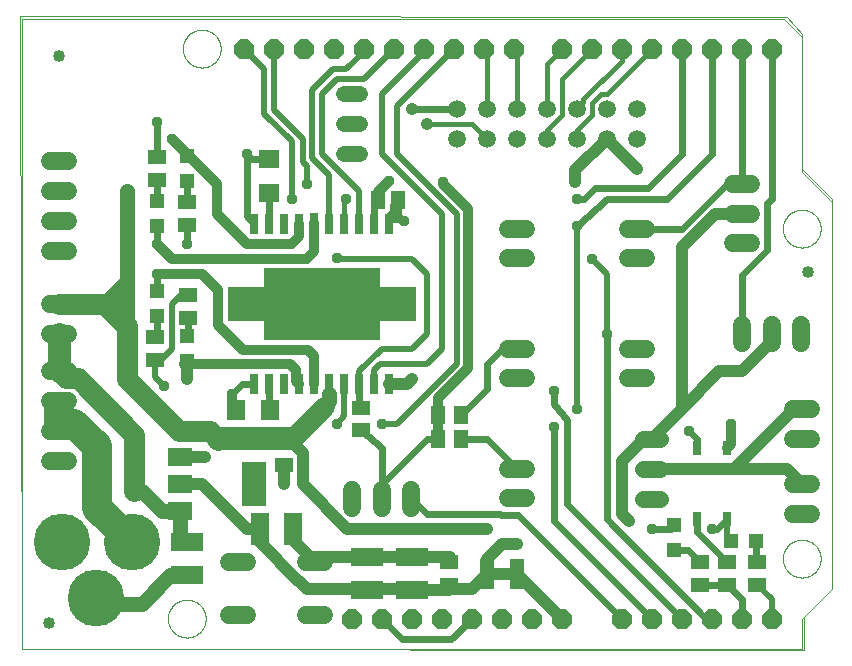
<source format=gtl>
G75*
%MOIN*%
%OFA0B0*%
%FSLAX25Y25*%
%IPPOS*%
%LPD*%
%AMOC8*
5,1,8,0,0,1.08239X$1,22.5*
%
%ADD10C,0.00000*%
%ADD11R,0.06299X0.10630*%
%ADD12R,0.10630X0.06299*%
%ADD13R,0.05906X0.05118*%
%ADD14R,0.05118X0.05906*%
%ADD15C,0.04000*%
%ADD16R,0.02500X0.07000*%
%ADD17R,0.02500X0.06500*%
%ADD18R,0.38600X0.24400*%
%ADD19R,0.12000X0.11500*%
%ADD20R,0.07900X0.05900*%
%ADD21R,0.07900X0.15000*%
%ADD22C,0.05600*%
%ADD23R,0.03150X0.04724*%
%ADD24R,0.04724X0.04724*%
%ADD25R,0.06299X0.07098*%
%ADD26R,0.07098X0.06299*%
%ADD27C,0.05200*%
%ADD28C,0.06000*%
%ADD29OC8,0.06600*%
%ADD30R,0.05000X0.10000*%
%ADD31C,0.05937*%
%ADD32C,0.05937*%
%ADD33C,0.18898*%
%ADD34C,0.05000*%
%ADD35C,0.04000*%
%ADD36C,0.03765*%
%ADD37C,0.02000*%
%ADD38C,0.02400*%
%ADD39C,0.03200*%
%ADD40C,0.04159*%
%ADD41C,0.07500*%
%ADD42C,0.06500*%
%ADD43C,0.07000*%
%ADD44C,0.01600*%
%ADD45C,0.10000*%
D10*
X0018573Y0005000D02*
X0018573Y0215000D01*
X0272573Y0215000D01*
X0278573Y0209000D01*
X0278573Y0164000D01*
X0288573Y0154000D01*
X0288573Y0025000D01*
X0278573Y0015000D01*
X0278573Y0005000D01*
X0018573Y0005000D01*
X0018073Y0215961D01*
X0273774Y0215461D01*
X0278573Y0210000D01*
X0278573Y0165000D01*
X0288573Y0155000D01*
X0288573Y0025000D01*
X0279274Y0015701D01*
X0279274Y0004500D01*
X0018573Y0005000D01*
X0067274Y0015000D02*
X0067276Y0015158D01*
X0067282Y0015316D01*
X0067292Y0015474D01*
X0067306Y0015632D01*
X0067324Y0015789D01*
X0067345Y0015946D01*
X0067371Y0016102D01*
X0067401Y0016258D01*
X0067434Y0016413D01*
X0067472Y0016566D01*
X0067513Y0016719D01*
X0067558Y0016871D01*
X0067607Y0017022D01*
X0067660Y0017171D01*
X0067716Y0017319D01*
X0067776Y0017465D01*
X0067840Y0017610D01*
X0067908Y0017753D01*
X0067979Y0017895D01*
X0068053Y0018035D01*
X0068131Y0018172D01*
X0068213Y0018308D01*
X0068297Y0018442D01*
X0068386Y0018573D01*
X0068477Y0018702D01*
X0068572Y0018829D01*
X0068669Y0018954D01*
X0068770Y0019076D01*
X0068874Y0019195D01*
X0068981Y0019312D01*
X0069091Y0019426D01*
X0069204Y0019537D01*
X0069319Y0019646D01*
X0069437Y0019751D01*
X0069558Y0019853D01*
X0069681Y0019953D01*
X0069807Y0020049D01*
X0069935Y0020142D01*
X0070065Y0020232D01*
X0070198Y0020318D01*
X0070333Y0020402D01*
X0070469Y0020481D01*
X0070608Y0020558D01*
X0070749Y0020630D01*
X0070891Y0020700D01*
X0071035Y0020765D01*
X0071181Y0020827D01*
X0071328Y0020885D01*
X0071477Y0020940D01*
X0071627Y0020991D01*
X0071778Y0021038D01*
X0071930Y0021081D01*
X0072083Y0021120D01*
X0072238Y0021156D01*
X0072393Y0021187D01*
X0072549Y0021215D01*
X0072705Y0021239D01*
X0072862Y0021259D01*
X0073020Y0021275D01*
X0073177Y0021287D01*
X0073336Y0021295D01*
X0073494Y0021299D01*
X0073652Y0021299D01*
X0073810Y0021295D01*
X0073969Y0021287D01*
X0074126Y0021275D01*
X0074284Y0021259D01*
X0074441Y0021239D01*
X0074597Y0021215D01*
X0074753Y0021187D01*
X0074908Y0021156D01*
X0075063Y0021120D01*
X0075216Y0021081D01*
X0075368Y0021038D01*
X0075519Y0020991D01*
X0075669Y0020940D01*
X0075818Y0020885D01*
X0075965Y0020827D01*
X0076111Y0020765D01*
X0076255Y0020700D01*
X0076397Y0020630D01*
X0076538Y0020558D01*
X0076677Y0020481D01*
X0076813Y0020402D01*
X0076948Y0020318D01*
X0077081Y0020232D01*
X0077211Y0020142D01*
X0077339Y0020049D01*
X0077465Y0019953D01*
X0077588Y0019853D01*
X0077709Y0019751D01*
X0077827Y0019646D01*
X0077942Y0019537D01*
X0078055Y0019426D01*
X0078165Y0019312D01*
X0078272Y0019195D01*
X0078376Y0019076D01*
X0078477Y0018954D01*
X0078574Y0018829D01*
X0078669Y0018702D01*
X0078760Y0018573D01*
X0078849Y0018442D01*
X0078933Y0018308D01*
X0079015Y0018172D01*
X0079093Y0018035D01*
X0079167Y0017895D01*
X0079238Y0017753D01*
X0079306Y0017610D01*
X0079370Y0017465D01*
X0079430Y0017319D01*
X0079486Y0017171D01*
X0079539Y0017022D01*
X0079588Y0016871D01*
X0079633Y0016719D01*
X0079674Y0016566D01*
X0079712Y0016413D01*
X0079745Y0016258D01*
X0079775Y0016102D01*
X0079801Y0015946D01*
X0079822Y0015789D01*
X0079840Y0015632D01*
X0079854Y0015474D01*
X0079864Y0015316D01*
X0079870Y0015158D01*
X0079872Y0015000D01*
X0079870Y0014842D01*
X0079864Y0014684D01*
X0079854Y0014526D01*
X0079840Y0014368D01*
X0079822Y0014211D01*
X0079801Y0014054D01*
X0079775Y0013898D01*
X0079745Y0013742D01*
X0079712Y0013587D01*
X0079674Y0013434D01*
X0079633Y0013281D01*
X0079588Y0013129D01*
X0079539Y0012978D01*
X0079486Y0012829D01*
X0079430Y0012681D01*
X0079370Y0012535D01*
X0079306Y0012390D01*
X0079238Y0012247D01*
X0079167Y0012105D01*
X0079093Y0011965D01*
X0079015Y0011828D01*
X0078933Y0011692D01*
X0078849Y0011558D01*
X0078760Y0011427D01*
X0078669Y0011298D01*
X0078574Y0011171D01*
X0078477Y0011046D01*
X0078376Y0010924D01*
X0078272Y0010805D01*
X0078165Y0010688D01*
X0078055Y0010574D01*
X0077942Y0010463D01*
X0077827Y0010354D01*
X0077709Y0010249D01*
X0077588Y0010147D01*
X0077465Y0010047D01*
X0077339Y0009951D01*
X0077211Y0009858D01*
X0077081Y0009768D01*
X0076948Y0009682D01*
X0076813Y0009598D01*
X0076677Y0009519D01*
X0076538Y0009442D01*
X0076397Y0009370D01*
X0076255Y0009300D01*
X0076111Y0009235D01*
X0075965Y0009173D01*
X0075818Y0009115D01*
X0075669Y0009060D01*
X0075519Y0009009D01*
X0075368Y0008962D01*
X0075216Y0008919D01*
X0075063Y0008880D01*
X0074908Y0008844D01*
X0074753Y0008813D01*
X0074597Y0008785D01*
X0074441Y0008761D01*
X0074284Y0008741D01*
X0074126Y0008725D01*
X0073969Y0008713D01*
X0073810Y0008705D01*
X0073652Y0008701D01*
X0073494Y0008701D01*
X0073336Y0008705D01*
X0073177Y0008713D01*
X0073020Y0008725D01*
X0072862Y0008741D01*
X0072705Y0008761D01*
X0072549Y0008785D01*
X0072393Y0008813D01*
X0072238Y0008844D01*
X0072083Y0008880D01*
X0071930Y0008919D01*
X0071778Y0008962D01*
X0071627Y0009009D01*
X0071477Y0009060D01*
X0071328Y0009115D01*
X0071181Y0009173D01*
X0071035Y0009235D01*
X0070891Y0009300D01*
X0070749Y0009370D01*
X0070608Y0009442D01*
X0070469Y0009519D01*
X0070333Y0009598D01*
X0070198Y0009682D01*
X0070065Y0009768D01*
X0069935Y0009858D01*
X0069807Y0009951D01*
X0069681Y0010047D01*
X0069558Y0010147D01*
X0069437Y0010249D01*
X0069319Y0010354D01*
X0069204Y0010463D01*
X0069091Y0010574D01*
X0068981Y0010688D01*
X0068874Y0010805D01*
X0068770Y0010924D01*
X0068669Y0011046D01*
X0068572Y0011171D01*
X0068477Y0011298D01*
X0068386Y0011427D01*
X0068297Y0011558D01*
X0068213Y0011692D01*
X0068131Y0011828D01*
X0068053Y0011965D01*
X0067979Y0012105D01*
X0067908Y0012247D01*
X0067840Y0012390D01*
X0067776Y0012535D01*
X0067716Y0012681D01*
X0067660Y0012829D01*
X0067607Y0012978D01*
X0067558Y0013129D01*
X0067513Y0013281D01*
X0067472Y0013434D01*
X0067434Y0013587D01*
X0067401Y0013742D01*
X0067371Y0013898D01*
X0067345Y0014054D01*
X0067324Y0014211D01*
X0067306Y0014368D01*
X0067292Y0014526D01*
X0067282Y0014684D01*
X0067276Y0014842D01*
X0067274Y0015000D01*
X0272274Y0035000D02*
X0272276Y0035158D01*
X0272282Y0035316D01*
X0272292Y0035474D01*
X0272306Y0035632D01*
X0272324Y0035789D01*
X0272345Y0035946D01*
X0272371Y0036102D01*
X0272401Y0036258D01*
X0272434Y0036413D01*
X0272472Y0036566D01*
X0272513Y0036719D01*
X0272558Y0036871D01*
X0272607Y0037022D01*
X0272660Y0037171D01*
X0272716Y0037319D01*
X0272776Y0037465D01*
X0272840Y0037610D01*
X0272908Y0037753D01*
X0272979Y0037895D01*
X0273053Y0038035D01*
X0273131Y0038172D01*
X0273213Y0038308D01*
X0273297Y0038442D01*
X0273386Y0038573D01*
X0273477Y0038702D01*
X0273572Y0038829D01*
X0273669Y0038954D01*
X0273770Y0039076D01*
X0273874Y0039195D01*
X0273981Y0039312D01*
X0274091Y0039426D01*
X0274204Y0039537D01*
X0274319Y0039646D01*
X0274437Y0039751D01*
X0274558Y0039853D01*
X0274681Y0039953D01*
X0274807Y0040049D01*
X0274935Y0040142D01*
X0275065Y0040232D01*
X0275198Y0040318D01*
X0275333Y0040402D01*
X0275469Y0040481D01*
X0275608Y0040558D01*
X0275749Y0040630D01*
X0275891Y0040700D01*
X0276035Y0040765D01*
X0276181Y0040827D01*
X0276328Y0040885D01*
X0276477Y0040940D01*
X0276627Y0040991D01*
X0276778Y0041038D01*
X0276930Y0041081D01*
X0277083Y0041120D01*
X0277238Y0041156D01*
X0277393Y0041187D01*
X0277549Y0041215D01*
X0277705Y0041239D01*
X0277862Y0041259D01*
X0278020Y0041275D01*
X0278177Y0041287D01*
X0278336Y0041295D01*
X0278494Y0041299D01*
X0278652Y0041299D01*
X0278810Y0041295D01*
X0278969Y0041287D01*
X0279126Y0041275D01*
X0279284Y0041259D01*
X0279441Y0041239D01*
X0279597Y0041215D01*
X0279753Y0041187D01*
X0279908Y0041156D01*
X0280063Y0041120D01*
X0280216Y0041081D01*
X0280368Y0041038D01*
X0280519Y0040991D01*
X0280669Y0040940D01*
X0280818Y0040885D01*
X0280965Y0040827D01*
X0281111Y0040765D01*
X0281255Y0040700D01*
X0281397Y0040630D01*
X0281538Y0040558D01*
X0281677Y0040481D01*
X0281813Y0040402D01*
X0281948Y0040318D01*
X0282081Y0040232D01*
X0282211Y0040142D01*
X0282339Y0040049D01*
X0282465Y0039953D01*
X0282588Y0039853D01*
X0282709Y0039751D01*
X0282827Y0039646D01*
X0282942Y0039537D01*
X0283055Y0039426D01*
X0283165Y0039312D01*
X0283272Y0039195D01*
X0283376Y0039076D01*
X0283477Y0038954D01*
X0283574Y0038829D01*
X0283669Y0038702D01*
X0283760Y0038573D01*
X0283849Y0038442D01*
X0283933Y0038308D01*
X0284015Y0038172D01*
X0284093Y0038035D01*
X0284167Y0037895D01*
X0284238Y0037753D01*
X0284306Y0037610D01*
X0284370Y0037465D01*
X0284430Y0037319D01*
X0284486Y0037171D01*
X0284539Y0037022D01*
X0284588Y0036871D01*
X0284633Y0036719D01*
X0284674Y0036566D01*
X0284712Y0036413D01*
X0284745Y0036258D01*
X0284775Y0036102D01*
X0284801Y0035946D01*
X0284822Y0035789D01*
X0284840Y0035632D01*
X0284854Y0035474D01*
X0284864Y0035316D01*
X0284870Y0035158D01*
X0284872Y0035000D01*
X0284870Y0034842D01*
X0284864Y0034684D01*
X0284854Y0034526D01*
X0284840Y0034368D01*
X0284822Y0034211D01*
X0284801Y0034054D01*
X0284775Y0033898D01*
X0284745Y0033742D01*
X0284712Y0033587D01*
X0284674Y0033434D01*
X0284633Y0033281D01*
X0284588Y0033129D01*
X0284539Y0032978D01*
X0284486Y0032829D01*
X0284430Y0032681D01*
X0284370Y0032535D01*
X0284306Y0032390D01*
X0284238Y0032247D01*
X0284167Y0032105D01*
X0284093Y0031965D01*
X0284015Y0031828D01*
X0283933Y0031692D01*
X0283849Y0031558D01*
X0283760Y0031427D01*
X0283669Y0031298D01*
X0283574Y0031171D01*
X0283477Y0031046D01*
X0283376Y0030924D01*
X0283272Y0030805D01*
X0283165Y0030688D01*
X0283055Y0030574D01*
X0282942Y0030463D01*
X0282827Y0030354D01*
X0282709Y0030249D01*
X0282588Y0030147D01*
X0282465Y0030047D01*
X0282339Y0029951D01*
X0282211Y0029858D01*
X0282081Y0029768D01*
X0281948Y0029682D01*
X0281813Y0029598D01*
X0281677Y0029519D01*
X0281538Y0029442D01*
X0281397Y0029370D01*
X0281255Y0029300D01*
X0281111Y0029235D01*
X0280965Y0029173D01*
X0280818Y0029115D01*
X0280669Y0029060D01*
X0280519Y0029009D01*
X0280368Y0028962D01*
X0280216Y0028919D01*
X0280063Y0028880D01*
X0279908Y0028844D01*
X0279753Y0028813D01*
X0279597Y0028785D01*
X0279441Y0028761D01*
X0279284Y0028741D01*
X0279126Y0028725D01*
X0278969Y0028713D01*
X0278810Y0028705D01*
X0278652Y0028701D01*
X0278494Y0028701D01*
X0278336Y0028705D01*
X0278177Y0028713D01*
X0278020Y0028725D01*
X0277862Y0028741D01*
X0277705Y0028761D01*
X0277549Y0028785D01*
X0277393Y0028813D01*
X0277238Y0028844D01*
X0277083Y0028880D01*
X0276930Y0028919D01*
X0276778Y0028962D01*
X0276627Y0029009D01*
X0276477Y0029060D01*
X0276328Y0029115D01*
X0276181Y0029173D01*
X0276035Y0029235D01*
X0275891Y0029300D01*
X0275749Y0029370D01*
X0275608Y0029442D01*
X0275469Y0029519D01*
X0275333Y0029598D01*
X0275198Y0029682D01*
X0275065Y0029768D01*
X0274935Y0029858D01*
X0274807Y0029951D01*
X0274681Y0030047D01*
X0274558Y0030147D01*
X0274437Y0030249D01*
X0274319Y0030354D01*
X0274204Y0030463D01*
X0274091Y0030574D01*
X0273981Y0030688D01*
X0273874Y0030805D01*
X0273770Y0030924D01*
X0273669Y0031046D01*
X0273572Y0031171D01*
X0273477Y0031298D01*
X0273386Y0031427D01*
X0273297Y0031558D01*
X0273213Y0031692D01*
X0273131Y0031828D01*
X0273053Y0031965D01*
X0272979Y0032105D01*
X0272908Y0032247D01*
X0272840Y0032390D01*
X0272776Y0032535D01*
X0272716Y0032681D01*
X0272660Y0032829D01*
X0272607Y0032978D01*
X0272558Y0033129D01*
X0272513Y0033281D01*
X0272472Y0033434D01*
X0272434Y0033587D01*
X0272401Y0033742D01*
X0272371Y0033898D01*
X0272345Y0034054D01*
X0272324Y0034211D01*
X0272306Y0034368D01*
X0272292Y0034526D01*
X0272282Y0034684D01*
X0272276Y0034842D01*
X0272274Y0035000D01*
X0272274Y0145000D02*
X0272276Y0145158D01*
X0272282Y0145316D01*
X0272292Y0145474D01*
X0272306Y0145632D01*
X0272324Y0145789D01*
X0272345Y0145946D01*
X0272371Y0146102D01*
X0272401Y0146258D01*
X0272434Y0146413D01*
X0272472Y0146566D01*
X0272513Y0146719D01*
X0272558Y0146871D01*
X0272607Y0147022D01*
X0272660Y0147171D01*
X0272716Y0147319D01*
X0272776Y0147465D01*
X0272840Y0147610D01*
X0272908Y0147753D01*
X0272979Y0147895D01*
X0273053Y0148035D01*
X0273131Y0148172D01*
X0273213Y0148308D01*
X0273297Y0148442D01*
X0273386Y0148573D01*
X0273477Y0148702D01*
X0273572Y0148829D01*
X0273669Y0148954D01*
X0273770Y0149076D01*
X0273874Y0149195D01*
X0273981Y0149312D01*
X0274091Y0149426D01*
X0274204Y0149537D01*
X0274319Y0149646D01*
X0274437Y0149751D01*
X0274558Y0149853D01*
X0274681Y0149953D01*
X0274807Y0150049D01*
X0274935Y0150142D01*
X0275065Y0150232D01*
X0275198Y0150318D01*
X0275333Y0150402D01*
X0275469Y0150481D01*
X0275608Y0150558D01*
X0275749Y0150630D01*
X0275891Y0150700D01*
X0276035Y0150765D01*
X0276181Y0150827D01*
X0276328Y0150885D01*
X0276477Y0150940D01*
X0276627Y0150991D01*
X0276778Y0151038D01*
X0276930Y0151081D01*
X0277083Y0151120D01*
X0277238Y0151156D01*
X0277393Y0151187D01*
X0277549Y0151215D01*
X0277705Y0151239D01*
X0277862Y0151259D01*
X0278020Y0151275D01*
X0278177Y0151287D01*
X0278336Y0151295D01*
X0278494Y0151299D01*
X0278652Y0151299D01*
X0278810Y0151295D01*
X0278969Y0151287D01*
X0279126Y0151275D01*
X0279284Y0151259D01*
X0279441Y0151239D01*
X0279597Y0151215D01*
X0279753Y0151187D01*
X0279908Y0151156D01*
X0280063Y0151120D01*
X0280216Y0151081D01*
X0280368Y0151038D01*
X0280519Y0150991D01*
X0280669Y0150940D01*
X0280818Y0150885D01*
X0280965Y0150827D01*
X0281111Y0150765D01*
X0281255Y0150700D01*
X0281397Y0150630D01*
X0281538Y0150558D01*
X0281677Y0150481D01*
X0281813Y0150402D01*
X0281948Y0150318D01*
X0282081Y0150232D01*
X0282211Y0150142D01*
X0282339Y0150049D01*
X0282465Y0149953D01*
X0282588Y0149853D01*
X0282709Y0149751D01*
X0282827Y0149646D01*
X0282942Y0149537D01*
X0283055Y0149426D01*
X0283165Y0149312D01*
X0283272Y0149195D01*
X0283376Y0149076D01*
X0283477Y0148954D01*
X0283574Y0148829D01*
X0283669Y0148702D01*
X0283760Y0148573D01*
X0283849Y0148442D01*
X0283933Y0148308D01*
X0284015Y0148172D01*
X0284093Y0148035D01*
X0284167Y0147895D01*
X0284238Y0147753D01*
X0284306Y0147610D01*
X0284370Y0147465D01*
X0284430Y0147319D01*
X0284486Y0147171D01*
X0284539Y0147022D01*
X0284588Y0146871D01*
X0284633Y0146719D01*
X0284674Y0146566D01*
X0284712Y0146413D01*
X0284745Y0146258D01*
X0284775Y0146102D01*
X0284801Y0145946D01*
X0284822Y0145789D01*
X0284840Y0145632D01*
X0284854Y0145474D01*
X0284864Y0145316D01*
X0284870Y0145158D01*
X0284872Y0145000D01*
X0284870Y0144842D01*
X0284864Y0144684D01*
X0284854Y0144526D01*
X0284840Y0144368D01*
X0284822Y0144211D01*
X0284801Y0144054D01*
X0284775Y0143898D01*
X0284745Y0143742D01*
X0284712Y0143587D01*
X0284674Y0143434D01*
X0284633Y0143281D01*
X0284588Y0143129D01*
X0284539Y0142978D01*
X0284486Y0142829D01*
X0284430Y0142681D01*
X0284370Y0142535D01*
X0284306Y0142390D01*
X0284238Y0142247D01*
X0284167Y0142105D01*
X0284093Y0141965D01*
X0284015Y0141828D01*
X0283933Y0141692D01*
X0283849Y0141558D01*
X0283760Y0141427D01*
X0283669Y0141298D01*
X0283574Y0141171D01*
X0283477Y0141046D01*
X0283376Y0140924D01*
X0283272Y0140805D01*
X0283165Y0140688D01*
X0283055Y0140574D01*
X0282942Y0140463D01*
X0282827Y0140354D01*
X0282709Y0140249D01*
X0282588Y0140147D01*
X0282465Y0140047D01*
X0282339Y0139951D01*
X0282211Y0139858D01*
X0282081Y0139768D01*
X0281948Y0139682D01*
X0281813Y0139598D01*
X0281677Y0139519D01*
X0281538Y0139442D01*
X0281397Y0139370D01*
X0281255Y0139300D01*
X0281111Y0139235D01*
X0280965Y0139173D01*
X0280818Y0139115D01*
X0280669Y0139060D01*
X0280519Y0139009D01*
X0280368Y0138962D01*
X0280216Y0138919D01*
X0280063Y0138880D01*
X0279908Y0138844D01*
X0279753Y0138813D01*
X0279597Y0138785D01*
X0279441Y0138761D01*
X0279284Y0138741D01*
X0279126Y0138725D01*
X0278969Y0138713D01*
X0278810Y0138705D01*
X0278652Y0138701D01*
X0278494Y0138701D01*
X0278336Y0138705D01*
X0278177Y0138713D01*
X0278020Y0138725D01*
X0277862Y0138741D01*
X0277705Y0138761D01*
X0277549Y0138785D01*
X0277393Y0138813D01*
X0277238Y0138844D01*
X0277083Y0138880D01*
X0276930Y0138919D01*
X0276778Y0138962D01*
X0276627Y0139009D01*
X0276477Y0139060D01*
X0276328Y0139115D01*
X0276181Y0139173D01*
X0276035Y0139235D01*
X0275891Y0139300D01*
X0275749Y0139370D01*
X0275608Y0139442D01*
X0275469Y0139519D01*
X0275333Y0139598D01*
X0275198Y0139682D01*
X0275065Y0139768D01*
X0274935Y0139858D01*
X0274807Y0139951D01*
X0274681Y0140047D01*
X0274558Y0140147D01*
X0274437Y0140249D01*
X0274319Y0140354D01*
X0274204Y0140463D01*
X0274091Y0140574D01*
X0273981Y0140688D01*
X0273874Y0140805D01*
X0273770Y0140924D01*
X0273669Y0141046D01*
X0273572Y0141171D01*
X0273477Y0141298D01*
X0273386Y0141427D01*
X0273297Y0141558D01*
X0273213Y0141692D01*
X0273131Y0141828D01*
X0273053Y0141965D01*
X0272979Y0142105D01*
X0272908Y0142247D01*
X0272840Y0142390D01*
X0272776Y0142535D01*
X0272716Y0142681D01*
X0272660Y0142829D01*
X0272607Y0142978D01*
X0272558Y0143129D01*
X0272513Y0143281D01*
X0272472Y0143434D01*
X0272434Y0143587D01*
X0272401Y0143742D01*
X0272371Y0143898D01*
X0272345Y0144054D01*
X0272324Y0144211D01*
X0272306Y0144368D01*
X0272292Y0144526D01*
X0272282Y0144684D01*
X0272276Y0144842D01*
X0272274Y0145000D01*
X0072274Y0205000D02*
X0072276Y0205158D01*
X0072282Y0205316D01*
X0072292Y0205474D01*
X0072306Y0205632D01*
X0072324Y0205789D01*
X0072345Y0205946D01*
X0072371Y0206102D01*
X0072401Y0206258D01*
X0072434Y0206413D01*
X0072472Y0206566D01*
X0072513Y0206719D01*
X0072558Y0206871D01*
X0072607Y0207022D01*
X0072660Y0207171D01*
X0072716Y0207319D01*
X0072776Y0207465D01*
X0072840Y0207610D01*
X0072908Y0207753D01*
X0072979Y0207895D01*
X0073053Y0208035D01*
X0073131Y0208172D01*
X0073213Y0208308D01*
X0073297Y0208442D01*
X0073386Y0208573D01*
X0073477Y0208702D01*
X0073572Y0208829D01*
X0073669Y0208954D01*
X0073770Y0209076D01*
X0073874Y0209195D01*
X0073981Y0209312D01*
X0074091Y0209426D01*
X0074204Y0209537D01*
X0074319Y0209646D01*
X0074437Y0209751D01*
X0074558Y0209853D01*
X0074681Y0209953D01*
X0074807Y0210049D01*
X0074935Y0210142D01*
X0075065Y0210232D01*
X0075198Y0210318D01*
X0075333Y0210402D01*
X0075469Y0210481D01*
X0075608Y0210558D01*
X0075749Y0210630D01*
X0075891Y0210700D01*
X0076035Y0210765D01*
X0076181Y0210827D01*
X0076328Y0210885D01*
X0076477Y0210940D01*
X0076627Y0210991D01*
X0076778Y0211038D01*
X0076930Y0211081D01*
X0077083Y0211120D01*
X0077238Y0211156D01*
X0077393Y0211187D01*
X0077549Y0211215D01*
X0077705Y0211239D01*
X0077862Y0211259D01*
X0078020Y0211275D01*
X0078177Y0211287D01*
X0078336Y0211295D01*
X0078494Y0211299D01*
X0078652Y0211299D01*
X0078810Y0211295D01*
X0078969Y0211287D01*
X0079126Y0211275D01*
X0079284Y0211259D01*
X0079441Y0211239D01*
X0079597Y0211215D01*
X0079753Y0211187D01*
X0079908Y0211156D01*
X0080063Y0211120D01*
X0080216Y0211081D01*
X0080368Y0211038D01*
X0080519Y0210991D01*
X0080669Y0210940D01*
X0080818Y0210885D01*
X0080965Y0210827D01*
X0081111Y0210765D01*
X0081255Y0210700D01*
X0081397Y0210630D01*
X0081538Y0210558D01*
X0081677Y0210481D01*
X0081813Y0210402D01*
X0081948Y0210318D01*
X0082081Y0210232D01*
X0082211Y0210142D01*
X0082339Y0210049D01*
X0082465Y0209953D01*
X0082588Y0209853D01*
X0082709Y0209751D01*
X0082827Y0209646D01*
X0082942Y0209537D01*
X0083055Y0209426D01*
X0083165Y0209312D01*
X0083272Y0209195D01*
X0083376Y0209076D01*
X0083477Y0208954D01*
X0083574Y0208829D01*
X0083669Y0208702D01*
X0083760Y0208573D01*
X0083849Y0208442D01*
X0083933Y0208308D01*
X0084015Y0208172D01*
X0084093Y0208035D01*
X0084167Y0207895D01*
X0084238Y0207753D01*
X0084306Y0207610D01*
X0084370Y0207465D01*
X0084430Y0207319D01*
X0084486Y0207171D01*
X0084539Y0207022D01*
X0084588Y0206871D01*
X0084633Y0206719D01*
X0084674Y0206566D01*
X0084712Y0206413D01*
X0084745Y0206258D01*
X0084775Y0206102D01*
X0084801Y0205946D01*
X0084822Y0205789D01*
X0084840Y0205632D01*
X0084854Y0205474D01*
X0084864Y0205316D01*
X0084870Y0205158D01*
X0084872Y0205000D01*
X0084870Y0204842D01*
X0084864Y0204684D01*
X0084854Y0204526D01*
X0084840Y0204368D01*
X0084822Y0204211D01*
X0084801Y0204054D01*
X0084775Y0203898D01*
X0084745Y0203742D01*
X0084712Y0203587D01*
X0084674Y0203434D01*
X0084633Y0203281D01*
X0084588Y0203129D01*
X0084539Y0202978D01*
X0084486Y0202829D01*
X0084430Y0202681D01*
X0084370Y0202535D01*
X0084306Y0202390D01*
X0084238Y0202247D01*
X0084167Y0202105D01*
X0084093Y0201965D01*
X0084015Y0201828D01*
X0083933Y0201692D01*
X0083849Y0201558D01*
X0083760Y0201427D01*
X0083669Y0201298D01*
X0083574Y0201171D01*
X0083477Y0201046D01*
X0083376Y0200924D01*
X0083272Y0200805D01*
X0083165Y0200688D01*
X0083055Y0200574D01*
X0082942Y0200463D01*
X0082827Y0200354D01*
X0082709Y0200249D01*
X0082588Y0200147D01*
X0082465Y0200047D01*
X0082339Y0199951D01*
X0082211Y0199858D01*
X0082081Y0199768D01*
X0081948Y0199682D01*
X0081813Y0199598D01*
X0081677Y0199519D01*
X0081538Y0199442D01*
X0081397Y0199370D01*
X0081255Y0199300D01*
X0081111Y0199235D01*
X0080965Y0199173D01*
X0080818Y0199115D01*
X0080669Y0199060D01*
X0080519Y0199009D01*
X0080368Y0198962D01*
X0080216Y0198919D01*
X0080063Y0198880D01*
X0079908Y0198844D01*
X0079753Y0198813D01*
X0079597Y0198785D01*
X0079441Y0198761D01*
X0079284Y0198741D01*
X0079126Y0198725D01*
X0078969Y0198713D01*
X0078810Y0198705D01*
X0078652Y0198701D01*
X0078494Y0198701D01*
X0078336Y0198705D01*
X0078177Y0198713D01*
X0078020Y0198725D01*
X0077862Y0198741D01*
X0077705Y0198761D01*
X0077549Y0198785D01*
X0077393Y0198813D01*
X0077238Y0198844D01*
X0077083Y0198880D01*
X0076930Y0198919D01*
X0076778Y0198962D01*
X0076627Y0199009D01*
X0076477Y0199060D01*
X0076328Y0199115D01*
X0076181Y0199173D01*
X0076035Y0199235D01*
X0075891Y0199300D01*
X0075749Y0199370D01*
X0075608Y0199442D01*
X0075469Y0199519D01*
X0075333Y0199598D01*
X0075198Y0199682D01*
X0075065Y0199768D01*
X0074935Y0199858D01*
X0074807Y0199951D01*
X0074681Y0200047D01*
X0074558Y0200147D01*
X0074437Y0200249D01*
X0074319Y0200354D01*
X0074204Y0200463D01*
X0074091Y0200574D01*
X0073981Y0200688D01*
X0073874Y0200805D01*
X0073770Y0200924D01*
X0073669Y0201046D01*
X0073572Y0201171D01*
X0073477Y0201298D01*
X0073386Y0201427D01*
X0073297Y0201558D01*
X0073213Y0201692D01*
X0073131Y0201828D01*
X0073053Y0201965D01*
X0072979Y0202105D01*
X0072908Y0202247D01*
X0072840Y0202390D01*
X0072776Y0202535D01*
X0072716Y0202681D01*
X0072660Y0202829D01*
X0072607Y0202978D01*
X0072558Y0203129D01*
X0072513Y0203281D01*
X0072472Y0203434D01*
X0072434Y0203587D01*
X0072401Y0203742D01*
X0072371Y0203898D01*
X0072345Y0204054D01*
X0072324Y0204211D01*
X0072306Y0204368D01*
X0072292Y0204526D01*
X0072282Y0204684D01*
X0072276Y0204842D01*
X0072274Y0205000D01*
D11*
X0098061Y0045000D03*
X0109085Y0045000D03*
D12*
X0133573Y0035512D03*
X0133573Y0024488D03*
X0148573Y0024488D03*
X0148573Y0035512D03*
X0073573Y0040512D03*
X0073573Y0029488D03*
D13*
X0106073Y0066260D03*
X0106073Y0073740D03*
X0131573Y0077760D03*
X0131573Y0085240D03*
X0074073Y0115260D03*
X0074073Y0122740D03*
X0063073Y0108740D03*
X0063073Y0101260D03*
X0073573Y0146260D03*
X0073573Y0153740D03*
X0063573Y0161260D03*
X0063573Y0168740D03*
X0161073Y0033740D03*
X0161073Y0026260D03*
X0244573Y0026260D03*
X0244573Y0033740D03*
X0253573Y0033740D03*
X0253573Y0026260D03*
X0263573Y0026260D03*
X0263573Y0033740D03*
D14*
X0164813Y0075000D03*
X0157333Y0075000D03*
X0157333Y0083000D03*
X0164813Y0083000D03*
X0143919Y0154500D03*
X0137226Y0154500D03*
D15*
X0031073Y0202500D03*
X0280573Y0130500D03*
X0027573Y0013500D03*
D16*
X0096073Y0093300D03*
X0101073Y0093300D03*
X0106073Y0093300D03*
X0111073Y0093300D03*
X0116073Y0093300D03*
X0121073Y0093300D03*
X0126073Y0093300D03*
X0131073Y0093300D03*
X0136073Y0093300D03*
X0141073Y0093300D03*
X0141073Y0146700D03*
X0136073Y0146700D03*
X0131073Y0146700D03*
X0126073Y0146700D03*
X0121073Y0146700D03*
X0111073Y0146700D03*
X0106073Y0146700D03*
X0101073Y0146700D03*
X0096073Y0146700D03*
D17*
X0116073Y0146900D03*
D18*
X0118573Y0120000D03*
D19*
X0143873Y0120000D03*
X0093273Y0120000D03*
D20*
X0071173Y0068900D03*
X0071173Y0059900D03*
X0071173Y0050900D03*
D21*
X0095973Y0060000D03*
D22*
X0225773Y0055000D02*
X0231373Y0055000D01*
X0231373Y0065000D02*
X0225773Y0065000D01*
X0225773Y0075000D02*
X0231373Y0075000D01*
D23*
X0243573Y0071811D03*
X0253573Y0071811D03*
X0253573Y0048189D03*
X0243573Y0048189D03*
D24*
X0236073Y0046134D03*
X0236073Y0037866D03*
X0254939Y0041000D03*
X0263207Y0041000D03*
X0073573Y0100866D03*
X0073573Y0109134D03*
X0063573Y0115866D03*
X0063573Y0124134D03*
X0063573Y0145866D03*
X0063573Y0154134D03*
X0073573Y0160866D03*
X0073573Y0169134D03*
D25*
X0089974Y0084500D03*
X0101171Y0084500D03*
D26*
X0101073Y0156902D03*
X0101073Y0168098D03*
D27*
X0125973Y0170000D02*
X0131173Y0170000D01*
X0131173Y0180000D02*
X0125973Y0180000D01*
X0125973Y0190000D02*
X0131173Y0190000D01*
D28*
X0180573Y0144921D02*
X0186573Y0144921D01*
X0186573Y0135079D02*
X0180573Y0135079D01*
X0220573Y0135079D02*
X0226573Y0135079D01*
X0226573Y0144921D02*
X0220573Y0144921D01*
X0255573Y0140157D02*
X0261573Y0140157D01*
X0261573Y0150000D02*
X0255573Y0150000D01*
X0255573Y0159843D02*
X0261573Y0159843D01*
X0258730Y0113000D02*
X0258730Y0107000D01*
X0268573Y0107000D02*
X0268573Y0113000D01*
X0278415Y0113000D02*
X0278415Y0107000D01*
X0226573Y0104921D02*
X0220573Y0104921D01*
X0220573Y0095079D02*
X0226573Y0095079D01*
X0186573Y0095079D02*
X0180573Y0095079D01*
X0180573Y0104921D02*
X0186573Y0104921D01*
X0186573Y0064921D02*
X0180573Y0064921D01*
X0180573Y0055079D02*
X0186573Y0055079D01*
X0148415Y0058000D02*
X0148415Y0052000D01*
X0138573Y0052000D02*
X0138573Y0058000D01*
X0128730Y0058000D02*
X0128730Y0052000D01*
X0119373Y0033900D02*
X0113373Y0033900D01*
X0093773Y0033900D02*
X0087773Y0033900D01*
X0087773Y0016100D02*
X0093773Y0016100D01*
X0113373Y0016100D02*
X0119373Y0016100D01*
D29*
X0128573Y0015000D03*
X0138573Y0015000D03*
X0148573Y0015000D03*
X0158573Y0015000D03*
X0168573Y0015000D03*
X0178573Y0015000D03*
X0188573Y0015000D03*
X0198573Y0015000D03*
X0218573Y0015000D03*
X0228573Y0015000D03*
X0238573Y0015000D03*
X0248573Y0015000D03*
X0258573Y0015000D03*
X0268573Y0015000D03*
X0268573Y0205000D03*
X0258573Y0205000D03*
X0248573Y0205000D03*
X0238573Y0205000D03*
X0228573Y0205000D03*
X0218573Y0205000D03*
X0208573Y0205000D03*
X0198573Y0205000D03*
X0182573Y0205000D03*
X0172573Y0205000D03*
X0162573Y0205000D03*
X0152573Y0205000D03*
X0142573Y0205000D03*
X0132573Y0205000D03*
X0122573Y0205000D03*
X0112573Y0205000D03*
X0102573Y0205000D03*
X0092573Y0205000D03*
D30*
X0173573Y0030000D03*
X0183573Y0030000D03*
D31*
X0183573Y0175000D03*
X0193573Y0175000D03*
X0203573Y0175000D03*
X0213573Y0175000D03*
X0223573Y0175000D03*
X0223573Y0185000D03*
X0213573Y0185000D03*
X0203573Y0185000D03*
X0193573Y0185000D03*
X0183573Y0185000D03*
X0173573Y0185000D03*
X0163573Y0185000D03*
X0163573Y0175000D03*
X0173573Y0175000D03*
D32*
X0275604Y0085000D02*
X0281541Y0085000D01*
X0281541Y0075000D02*
X0275604Y0075000D01*
X0275604Y0060000D02*
X0281541Y0060000D01*
X0281541Y0050000D02*
X0275604Y0050000D01*
X0034041Y0067500D02*
X0028104Y0067500D01*
X0028104Y0077500D02*
X0034041Y0077500D01*
X0034041Y0087500D02*
X0028104Y0087500D01*
X0028104Y0097500D02*
X0034041Y0097500D01*
X0034041Y0110000D02*
X0028104Y0110000D01*
X0028104Y0120000D02*
X0034041Y0120000D01*
X0034041Y0137500D02*
X0028104Y0137500D01*
X0028104Y0147500D02*
X0034041Y0147500D01*
X0034041Y0157500D02*
X0028104Y0157500D01*
X0028104Y0167500D02*
X0034041Y0167500D01*
D33*
X0031919Y0040394D03*
X0043337Y0021890D03*
X0055148Y0040394D03*
D34*
X0065173Y0050900D02*
X0058573Y0057500D01*
X0056073Y0057500D01*
X0065173Y0050900D02*
X0071173Y0050900D01*
X0071173Y0042912D01*
X0073573Y0040512D01*
X0073573Y0029488D02*
X0068061Y0029488D01*
X0058573Y0020000D01*
X0043337Y0020000D01*
X0043337Y0021890D01*
X0083523Y0075050D02*
X0083923Y0075050D01*
X0096898Y0075050D02*
X0096898Y0075000D01*
X0119573Y0085500D02*
X0121123Y0087550D01*
X0121123Y0090000D01*
X0053573Y0112500D02*
X0053573Y0127500D01*
X0046073Y0120000D01*
X0053573Y0127500D02*
X0053573Y0157500D01*
D35*
X0073573Y0100866D02*
X0073573Y0095000D01*
X0071173Y0068900D02*
X0079673Y0068900D01*
X0079573Y0069000D01*
X0078673Y0059900D02*
X0071173Y0059900D01*
X0078673Y0059900D02*
X0093573Y0045000D01*
X0098061Y0045000D01*
X0098061Y0040444D02*
X0110805Y0027700D01*
X0110873Y0027700D01*
X0113573Y0025000D01*
X0123573Y0025000D01*
X0148061Y0025000D01*
X0148573Y0024488D01*
X0161073Y0024488D01*
X0161073Y0025000D02*
X0168573Y0025000D01*
X0173573Y0030000D01*
X0183573Y0030000D01*
X0198573Y0015000D01*
X0173573Y0030000D02*
X0173573Y0035000D01*
X0178573Y0040000D01*
X0183573Y0040000D01*
X0173573Y0045000D02*
X0126948Y0045000D01*
X0112226Y0059723D01*
X0112226Y0070144D01*
X0108623Y0073747D01*
X0108623Y0075050D01*
X0106073Y0066260D02*
X0106073Y0060000D01*
X0109085Y0045000D02*
X0109085Y0041188D01*
X0114761Y0035512D01*
X0148573Y0035512D01*
X0161407Y0035512D01*
X0161073Y0033740D01*
X0116373Y0033900D02*
X0114761Y0035512D01*
X0141073Y0093300D02*
X0146873Y0093300D01*
X0148573Y0095000D01*
X0218573Y0067500D02*
X0218573Y0050000D01*
X0221073Y0047500D01*
X0228573Y0065000D02*
X0256082Y0065000D01*
X0276082Y0085000D01*
X0278573Y0085000D01*
X0258573Y0097500D02*
X0268573Y0107500D01*
X0268573Y0110000D01*
X0258573Y0097500D02*
X0251073Y0097500D01*
X0238573Y0085000D01*
X0228573Y0075000D01*
X0226073Y0075000D01*
X0218573Y0067500D01*
X0238573Y0085000D02*
X0238573Y0112748D01*
X0238573Y0130000D01*
X0238573Y0138777D01*
X0249795Y0150000D01*
X0258573Y0150000D01*
X0223573Y0165000D02*
X0213573Y0175000D01*
X0203045Y0164472D01*
X0203045Y0160528D01*
X0256082Y0065000D02*
X0273573Y0065000D01*
X0278573Y0060000D01*
D36*
X0255073Y0080000D03*
X0241073Y0077500D03*
X0203573Y0085000D03*
X0196073Y0091000D03*
X0196073Y0079000D03*
X0213573Y0110000D03*
X0238573Y0112748D03*
X0238573Y0130000D03*
X0208573Y0135000D03*
X0203573Y0146000D03*
X0203573Y0155000D03*
X0203045Y0160528D03*
X0223573Y0165000D03*
X0158960Y0160387D03*
X0141073Y0161035D03*
X0126790Y0155000D03*
X0113573Y0160000D03*
X0108573Y0155000D03*
X0093573Y0170000D03*
X0068573Y0175000D03*
X0063573Y0180583D03*
X0063573Y0140000D03*
X0073573Y0140000D03*
X0063573Y0130000D03*
X0103573Y0127500D03*
X0111073Y0127500D03*
X0118573Y0127500D03*
X0126073Y0127500D03*
X0133573Y0127500D03*
X0133573Y0120000D03*
X0126073Y0120000D03*
X0118573Y0120000D03*
X0111073Y0120000D03*
X0103573Y0120000D03*
X0103573Y0112500D03*
X0111073Y0112500D03*
X0118573Y0112500D03*
X0126073Y0112500D03*
X0133573Y0112500D03*
X0143573Y0120000D03*
X0123573Y0135283D03*
X0146073Y0147500D03*
X0148573Y0095000D03*
X0138573Y0080000D03*
X0123573Y0080000D03*
X0106073Y0060000D03*
X0079573Y0069000D03*
X0056073Y0057500D03*
X0088573Y0090000D03*
X0073573Y0095000D03*
X0066073Y0092500D03*
X0123573Y0025000D03*
X0173573Y0045000D03*
X0183573Y0040000D03*
X0221073Y0047500D03*
X0228573Y0045000D03*
X0248573Y0045000D03*
D37*
X0253573Y0048189D02*
X0253573Y0040000D01*
X0254939Y0041000D01*
X0262707Y0034213D02*
X0263573Y0033740D01*
X0263573Y0026260D02*
X0268573Y0021654D01*
X0268573Y0015000D01*
X0203573Y0085000D02*
X0203573Y0146000D01*
X0208573Y0135000D02*
X0213573Y0130000D01*
X0213573Y0110000D01*
X0163573Y0100000D02*
X0143573Y0080000D01*
X0138573Y0080000D01*
X0126073Y0082500D02*
X0126073Y0093300D01*
X0131073Y0093300D02*
X0131073Y0097500D01*
X0138573Y0105000D01*
X0148573Y0105000D01*
X0153573Y0110000D01*
X0153573Y0130000D01*
X0148573Y0135000D01*
X0123856Y0135000D01*
X0123573Y0135283D01*
X0121073Y0146700D02*
X0121073Y0162975D01*
X0115373Y0168675D01*
X0115373Y0191325D01*
X0122247Y0198200D01*
X0126773Y0198200D01*
X0132573Y0204000D01*
X0132573Y0205000D01*
X0132573Y0195000D02*
X0142573Y0205000D01*
X0152573Y0205000D02*
X0152573Y0204000D01*
X0138573Y0190000D01*
X0138573Y0170000D01*
X0158573Y0150000D01*
X0158573Y0105000D01*
X0153573Y0100000D01*
X0138098Y0100000D01*
X0136073Y0097975D01*
X0136073Y0093300D01*
X0126073Y0082500D02*
X0123573Y0080000D01*
X0108623Y0073747D02*
X0106080Y0073747D01*
X0106073Y0073740D01*
X0066073Y0092500D02*
X0063073Y0095500D01*
X0063073Y0101260D01*
X0065226Y0101654D01*
X0068573Y0105000D01*
X0068573Y0120000D01*
X0071919Y0123346D01*
X0074073Y0122740D01*
X0108573Y0155000D02*
X0108573Y0174075D01*
X0099373Y0183275D01*
X0099373Y0198200D01*
X0092573Y0205000D01*
X0102573Y0205000D02*
X0102573Y0184600D01*
X0112173Y0175000D01*
X0112173Y0167349D01*
X0113573Y0165949D01*
X0113573Y0160000D01*
X0118573Y0170000D02*
X0131073Y0157500D01*
X0131073Y0146700D01*
X0143573Y0170000D02*
X0163573Y0150000D01*
X0163573Y0100000D01*
X0143873Y0120000D02*
X0143573Y0120000D01*
X0143573Y0170000D02*
X0143573Y0186000D01*
X0162573Y0205000D01*
X0132573Y0195000D02*
X0123573Y0195000D01*
X0118573Y0190000D01*
X0118573Y0170000D01*
X0031073Y0087500D02*
X0031073Y0085000D01*
X0031073Y0080000D02*
X0031073Y0077500D01*
D38*
X0072721Y0100014D02*
X0073573Y0100866D01*
X0073573Y0109134D02*
X0074073Y0109634D01*
X0074073Y0115260D01*
X0063573Y0115866D02*
X0063573Y0109240D01*
X0063073Y0108740D01*
X0063573Y0124134D02*
X0063573Y0130000D01*
X0063573Y0140000D02*
X0063573Y0145866D01*
X0063573Y0154134D02*
X0063573Y0161260D01*
X0063573Y0168740D02*
X0063573Y0180583D01*
X0068573Y0175000D02*
X0073573Y0170000D01*
X0073573Y0169134D01*
X0073573Y0160866D02*
X0073573Y0153740D01*
X0073573Y0146260D02*
X0073573Y0140000D01*
X0093573Y0149200D02*
X0093573Y0170000D01*
X0095474Y0168098D01*
X0101073Y0168098D01*
X0101073Y0156902D02*
X0101073Y0146700D01*
X0096073Y0146700D02*
X0093573Y0149200D01*
X0093273Y0120000D02*
X0103573Y0120000D01*
X0111073Y0120000D01*
X0118573Y0120000D01*
X0126073Y0120000D01*
X0133573Y0120000D01*
X0139290Y0120000D01*
X0173573Y0100000D02*
X0178573Y0105000D01*
X0183494Y0105000D01*
X0183573Y0104921D01*
X0173573Y0100000D02*
X0173573Y0091654D01*
X0164813Y0083000D01*
X0164813Y0075000D02*
X0173573Y0075000D01*
X0183573Y0065000D01*
X0200356Y0053217D02*
X0200356Y0081274D01*
X0196073Y0086557D01*
X0196073Y0091000D01*
X0196073Y0079000D02*
X0196073Y0047500D01*
X0228573Y0015000D01*
X0238573Y0015000D02*
X0200356Y0053217D01*
X0213573Y0048061D02*
X0246634Y0015000D01*
X0248573Y0015000D01*
X0258573Y0015000D02*
X0258573Y0021654D01*
X0253573Y0026260D01*
X0244573Y0026260D01*
X0244573Y0033740D02*
X0243573Y0035000D01*
X0240707Y0037866D01*
X0236073Y0037866D01*
X0234939Y0045000D02*
X0228573Y0045000D01*
X0234939Y0045000D02*
X0236073Y0046134D01*
X0243573Y0048189D02*
X0243573Y0043740D01*
X0253573Y0033740D01*
X0263207Y0034106D02*
X0263207Y0041000D01*
X0263207Y0034106D02*
X0263573Y0033740D01*
X0250384Y0045000D02*
X0248573Y0045000D01*
X0250384Y0045000D02*
X0253573Y0048189D01*
X0243573Y0071811D02*
X0243573Y0075000D01*
X0241073Y0077500D01*
X0213573Y0048061D02*
X0213573Y0110000D01*
X0258730Y0110000D02*
X0258730Y0129678D01*
X0266973Y0137921D01*
X0266973Y0153400D01*
X0268573Y0155000D01*
X0268573Y0205000D01*
X0258573Y0205000D02*
X0258573Y0161488D01*
X0257085Y0160000D01*
X0258573Y0160000D01*
X0257085Y0160000D02*
X0253573Y0160000D01*
X0238494Y0144921D01*
X0223573Y0144921D01*
X0213573Y0155000D02*
X0233573Y0155000D01*
X0248573Y0170000D01*
X0248573Y0205000D01*
X0238573Y0205000D02*
X0238573Y0170000D01*
X0227173Y0158600D01*
X0209582Y0158600D01*
X0205982Y0155000D01*
X0203573Y0155000D01*
X0203573Y0146000D02*
X0213573Y0155000D01*
X0163573Y0185000D02*
X0148573Y0185000D01*
X0143919Y0154500D02*
X0143919Y0149654D01*
X0146073Y0147500D01*
X0145337Y0148236D01*
X0141073Y0148236D01*
X0141073Y0146700D01*
X0141073Y0148236D02*
X0141073Y0149441D01*
X0142185Y0150553D01*
X0142185Y0152766D01*
X0143919Y0154500D01*
X0137226Y0154500D02*
X0137226Y0153654D01*
X0136073Y0152500D01*
X0136073Y0146700D01*
X0131073Y0093300D02*
X0131073Y0091167D01*
X0131073Y0085740D01*
X0131573Y0085240D01*
X0131073Y0087500D02*
X0131073Y0091167D01*
X0121073Y0090000D02*
X0121073Y0093300D01*
X0131573Y0077760D02*
X0138573Y0071760D01*
X0138573Y0055000D01*
X0138573Y0060000D01*
X0153573Y0075000D01*
X0157333Y0075000D01*
X0148573Y0055000D02*
X0148415Y0055000D01*
X0148573Y0055000D02*
X0153573Y0050000D01*
X0178015Y0050000D01*
X0178336Y0049679D01*
X0183894Y0049679D01*
X0218573Y0015000D01*
X0168573Y0015000D02*
X0161773Y0008200D01*
X0145373Y0008200D01*
X0138573Y0015000D01*
X0133573Y0024488D02*
X0124085Y0024488D01*
X0123573Y0025000D01*
X0098061Y0040444D02*
X0098061Y0045000D01*
X0108623Y0075050D02*
X0109573Y0075500D01*
X0101171Y0084500D02*
X0101073Y0084598D01*
X0101073Y0093300D01*
X0096073Y0093300D02*
X0091873Y0093300D01*
X0088573Y0090000D01*
X0088573Y0085902D02*
X0089974Y0084500D01*
D39*
X0088573Y0085902D02*
X0088573Y0090000D01*
X0072721Y0100014D02*
X0108069Y0100014D01*
X0110123Y0097960D01*
X0110123Y0094250D01*
X0111073Y0093300D01*
X0116073Y0093300D02*
X0116073Y0102500D01*
X0113973Y0104600D01*
X0092397Y0104600D01*
X0084073Y0112925D01*
X0084073Y0124500D01*
X0078573Y0130000D01*
X0063573Y0130000D01*
X0068573Y0135000D02*
X0063573Y0140000D01*
X0068573Y0135000D02*
X0113573Y0135000D01*
X0116073Y0137500D01*
X0116073Y0146900D01*
X0111073Y0146700D02*
X0111073Y0142500D01*
X0108573Y0140000D01*
X0093573Y0140000D01*
X0083573Y0150000D01*
X0083573Y0160000D01*
X0068573Y0175000D01*
X0137226Y0157279D02*
X0137226Y0154500D01*
X0137226Y0156779D01*
X0137226Y0157279D02*
X0140200Y0160253D01*
X0140290Y0160253D01*
X0141073Y0161035D01*
X0158960Y0160387D02*
X0158960Y0159987D01*
X0167373Y0151574D01*
X0167373Y0098426D01*
X0157333Y0088386D01*
X0157333Y0083000D01*
X0157333Y0075000D01*
X0161073Y0026260D02*
X0161073Y0025000D01*
X0161073Y0024488D01*
X0253573Y0071811D02*
X0255073Y0073311D01*
X0255073Y0080000D01*
D40*
X0153573Y0180000D03*
X0148573Y0185000D03*
X0053573Y0157500D03*
X0053573Y0112500D03*
D41*
X0031073Y0110000D02*
X0031073Y0097500D01*
X0031073Y0080000D02*
X0036073Y0080000D01*
X0083923Y0075050D02*
X0096898Y0075050D01*
X0108623Y0075050D01*
X0083973Y0075000D02*
X0083923Y0075050D01*
D42*
X0109573Y0075500D02*
X0119573Y0085500D01*
D43*
X0083973Y0075000D02*
X0081473Y0077500D01*
X0071073Y0077500D01*
X0053573Y0095000D01*
X0053573Y0112500D01*
X0046073Y0120000D01*
X0048573Y0120000D01*
X0051073Y0122500D01*
X0046073Y0120000D02*
X0031073Y0120000D01*
X0031073Y0097500D02*
X0033404Y0095169D01*
X0037218Y0095169D01*
X0056073Y0076313D01*
X0056073Y0057500D01*
D44*
X0126073Y0146700D02*
X0126073Y0155000D01*
X0126790Y0155000D01*
X0153573Y0180000D02*
X0168573Y0180000D01*
X0173573Y0175000D01*
X0173573Y0185000D02*
X0173573Y0204000D01*
X0172573Y0205000D01*
X0182573Y0205000D02*
X0183573Y0204000D01*
X0183573Y0185000D01*
X0193573Y0185000D02*
X0193573Y0200000D01*
X0198573Y0205000D01*
X0208573Y0205000D02*
X0198541Y0194969D01*
X0198541Y0182942D01*
X0193573Y0177973D01*
X0193573Y0175000D01*
X0203573Y0175000D02*
X0203573Y0177973D01*
X0208541Y0182942D01*
X0208541Y0186995D01*
X0211515Y0189969D01*
X0213541Y0189969D01*
X0228573Y0205000D01*
X0218573Y0205000D02*
X0218573Y0200986D01*
X0205741Y0188155D01*
X0205741Y0187169D01*
X0203573Y0185000D01*
D45*
X0043573Y0072500D02*
X0043573Y0051969D01*
X0055148Y0040394D01*
X0043573Y0072500D02*
X0036073Y0080000D01*
X0031073Y0080000D02*
X0031073Y0085000D01*
M02*

</source>
